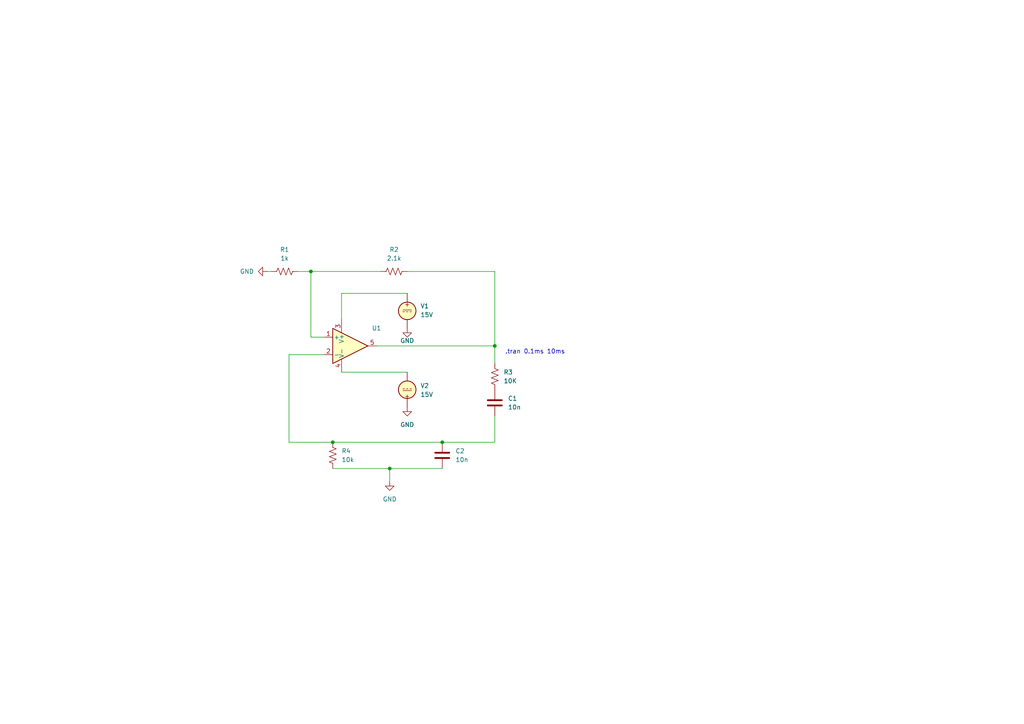
<source format=kicad_sch>
(kicad_sch
	(version 20250114)
	(generator "eeschema")
	(generator_version "9.0")
	(uuid "780da9cf-be0d-4d7c-ba0c-0125a2e4937e")
	(paper "A4")
	(lib_symbols
		(symbol "Device:C"
			(pin_numbers
				(hide yes)
			)
			(pin_names
				(offset 0.254)
			)
			(exclude_from_sim no)
			(in_bom yes)
			(on_board yes)
			(property "Reference" "C"
				(at 0.635 2.54 0)
				(effects
					(font
						(size 1.27 1.27)
					)
					(justify left)
				)
			)
			(property "Value" "C"
				(at 0.635 -2.54 0)
				(effects
					(font
						(size 1.27 1.27)
					)
					(justify left)
				)
			)
			(property "Footprint" ""
				(at 0.9652 -3.81 0)
				(effects
					(font
						(size 1.27 1.27)
					)
					(hide yes)
				)
			)
			(property "Datasheet" "~"
				(at 0 0 0)
				(effects
					(font
						(size 1.27 1.27)
					)
					(hide yes)
				)
			)
			(property "Description" "Unpolarized capacitor"
				(at 0 0 0)
				(effects
					(font
						(size 1.27 1.27)
					)
					(hide yes)
				)
			)
			(property "ki_keywords" "cap capacitor"
				(at 0 0 0)
				(effects
					(font
						(size 1.27 1.27)
					)
					(hide yes)
				)
			)
			(property "ki_fp_filters" "C_*"
				(at 0 0 0)
				(effects
					(font
						(size 1.27 1.27)
					)
					(hide yes)
				)
			)
			(symbol "C_0_1"
				(polyline
					(pts
						(xy -2.032 0.762) (xy 2.032 0.762)
					)
					(stroke
						(width 0.508)
						(type default)
					)
					(fill
						(type none)
					)
				)
				(polyline
					(pts
						(xy -2.032 -0.762) (xy 2.032 -0.762)
					)
					(stroke
						(width 0.508)
						(type default)
					)
					(fill
						(type none)
					)
				)
			)
			(symbol "C_1_1"
				(pin passive line
					(at 0 3.81 270)
					(length 2.794)
					(name "~"
						(effects
							(font
								(size 1.27 1.27)
							)
						)
					)
					(number "1"
						(effects
							(font
								(size 1.27 1.27)
							)
						)
					)
				)
				(pin passive line
					(at 0 -3.81 90)
					(length 2.794)
					(name "~"
						(effects
							(font
								(size 1.27 1.27)
							)
						)
					)
					(number "2"
						(effects
							(font
								(size 1.27 1.27)
							)
						)
					)
				)
			)
			(embedded_fonts no)
		)
		(symbol "Device:R_US"
			(pin_numbers
				(hide yes)
			)
			(pin_names
				(offset 0)
			)
			(exclude_from_sim no)
			(in_bom yes)
			(on_board yes)
			(property "Reference" "R"
				(at 2.54 0 90)
				(effects
					(font
						(size 1.27 1.27)
					)
				)
			)
			(property "Value" "R_US"
				(at -2.54 0 90)
				(effects
					(font
						(size 1.27 1.27)
					)
				)
			)
			(property "Footprint" ""
				(at 1.016 -0.254 90)
				(effects
					(font
						(size 1.27 1.27)
					)
					(hide yes)
				)
			)
			(property "Datasheet" "~"
				(at 0 0 0)
				(effects
					(font
						(size 1.27 1.27)
					)
					(hide yes)
				)
			)
			(property "Description" "Resistor, US symbol"
				(at 0 0 0)
				(effects
					(font
						(size 1.27 1.27)
					)
					(hide yes)
				)
			)
			(property "ki_keywords" "R res resistor"
				(at 0 0 0)
				(effects
					(font
						(size 1.27 1.27)
					)
					(hide yes)
				)
			)
			(property "ki_fp_filters" "R_*"
				(at 0 0 0)
				(effects
					(font
						(size 1.27 1.27)
					)
					(hide yes)
				)
			)
			(symbol "R_US_0_1"
				(polyline
					(pts
						(xy 0 2.286) (xy 0 2.54)
					)
					(stroke
						(width 0)
						(type default)
					)
					(fill
						(type none)
					)
				)
				(polyline
					(pts
						(xy 0 2.286) (xy 1.016 1.905) (xy 0 1.524) (xy -1.016 1.143) (xy 0 0.762)
					)
					(stroke
						(width 0)
						(type default)
					)
					(fill
						(type none)
					)
				)
				(polyline
					(pts
						(xy 0 0.762) (xy 1.016 0.381) (xy 0 0) (xy -1.016 -0.381) (xy 0 -0.762)
					)
					(stroke
						(width 0)
						(type default)
					)
					(fill
						(type none)
					)
				)
				(polyline
					(pts
						(xy 0 -0.762) (xy 1.016 -1.143) (xy 0 -1.524) (xy -1.016 -1.905) (xy 0 -2.286)
					)
					(stroke
						(width 0)
						(type default)
					)
					(fill
						(type none)
					)
				)
				(polyline
					(pts
						(xy 0 -2.286) (xy 0 -2.54)
					)
					(stroke
						(width 0)
						(type default)
					)
					(fill
						(type none)
					)
				)
			)
			(symbol "R_US_1_1"
				(pin passive line
					(at 0 3.81 270)
					(length 1.27)
					(name "~"
						(effects
							(font
								(size 1.27 1.27)
							)
						)
					)
					(number "1"
						(effects
							(font
								(size 1.27 1.27)
							)
						)
					)
				)
				(pin passive line
					(at 0 -3.81 90)
					(length 1.27)
					(name "~"
						(effects
							(font
								(size 1.27 1.27)
							)
						)
					)
					(number "2"
						(effects
							(font
								(size 1.27 1.27)
							)
						)
					)
				)
			)
			(embedded_fonts no)
		)
		(symbol "Simulation_SPICE:OPAMP"
			(pin_names
				(offset 0.254)
			)
			(exclude_from_sim no)
			(in_bom yes)
			(on_board yes)
			(property "Reference" "U"
				(at 3.81 3.175 0)
				(effects
					(font
						(size 1.27 1.27)
					)
					(justify left)
				)
			)
			(property "Value" "${SIM.PARAMS}"
				(at 3.81 -3.175 0)
				(effects
					(font
						(size 1.27 1.27)
					)
					(justify left)
				)
			)
			(property "Footprint" ""
				(at 0 0 0)
				(effects
					(font
						(size 1.27 1.27)
					)
					(hide yes)
				)
			)
			(property "Datasheet" "https://ngspice.sourceforge.io/docs/ngspice-html-manual/manual.xhtml#sec__SUBCKT_Subcircuits"
				(at 0 0 0)
				(effects
					(font
						(size 1.27 1.27)
					)
					(hide yes)
				)
			)
			(property "Description" "Operational amplifier, single"
				(at 0 0 0)
				(effects
					(font
						(size 1.27 1.27)
					)
					(hide yes)
				)
			)
			(property "Sim.Pins" "1=in+ 2=in- 3=vcc 4=vee 5=out"
				(at 0 0 0)
				(effects
					(font
						(size 1.27 1.27)
					)
					(hide yes)
				)
			)
			(property "Sim.Device" "SUBCKT"
				(at 0 0 0)
				(effects
					(font
						(size 1.27 1.27)
					)
					(justify left)
					(hide yes)
				)
			)
			(property "Sim.Library" "${KICAD9_SYMBOL_DIR}/Simulation_SPICE.sp"
				(at 0 0 0)
				(effects
					(font
						(size 1.27 1.27)
					)
					(hide yes)
				)
			)
			(property "Sim.Name" "kicad_builtin_opamp"
				(at 0 0 0)
				(effects
					(font
						(size 1.27 1.27)
					)
					(hide yes)
				)
			)
			(property "ki_keywords" "simulation"
				(at 0 0 0)
				(effects
					(font
						(size 1.27 1.27)
					)
					(hide yes)
				)
			)
			(symbol "OPAMP_0_1"
				(polyline
					(pts
						(xy 5.08 0) (xy -5.08 5.08) (xy -5.08 -5.08) (xy 5.08 0)
					)
					(stroke
						(width 0.254)
						(type default)
					)
					(fill
						(type background)
					)
				)
			)
			(symbol "OPAMP_1_1"
				(pin input line
					(at -7.62 2.54 0)
					(length 2.54)
					(name "+"
						(effects
							(font
								(size 1.27 1.27)
							)
						)
					)
					(number "1"
						(effects
							(font
								(size 1.27 1.27)
							)
						)
					)
				)
				(pin input line
					(at -7.62 -2.54 0)
					(length 2.54)
					(name "-"
						(effects
							(font
								(size 1.27 1.27)
							)
						)
					)
					(number "2"
						(effects
							(font
								(size 1.27 1.27)
							)
						)
					)
				)
				(pin power_in line
					(at -2.54 7.62 270)
					(length 3.81)
					(name "V+"
						(effects
							(font
								(size 1.27 1.27)
							)
						)
					)
					(number "3"
						(effects
							(font
								(size 1.27 1.27)
							)
						)
					)
				)
				(pin power_in line
					(at -2.54 -7.62 90)
					(length 3.81)
					(name "V-"
						(effects
							(font
								(size 1.27 1.27)
							)
						)
					)
					(number "4"
						(effects
							(font
								(size 1.27 1.27)
							)
						)
					)
				)
				(pin output line
					(at 7.62 0 180)
					(length 2.54)
					(name "~"
						(effects
							(font
								(size 1.27 1.27)
							)
						)
					)
					(number "5"
						(effects
							(font
								(size 1.27 1.27)
							)
						)
					)
				)
			)
			(embedded_fonts no)
		)
		(symbol "Simulation_SPICE:VDC"
			(pin_numbers
				(hide yes)
			)
			(pin_names
				(offset 0.0254)
			)
			(exclude_from_sim no)
			(in_bom yes)
			(on_board yes)
			(property "Reference" "V"
				(at 2.54 2.54 0)
				(effects
					(font
						(size 1.27 1.27)
					)
					(justify left)
				)
			)
			(property "Value" "1"
				(at 2.54 0 0)
				(effects
					(font
						(size 1.27 1.27)
					)
					(justify left)
				)
			)
			(property "Footprint" ""
				(at 0 0 0)
				(effects
					(font
						(size 1.27 1.27)
					)
					(hide yes)
				)
			)
			(property "Datasheet" "https://ngspice.sourceforge.io/docs/ngspice-html-manual/manual.xhtml#sec_Independent_Sources_for"
				(at 0 0 0)
				(effects
					(font
						(size 1.27 1.27)
					)
					(hide yes)
				)
			)
			(property "Description" "Voltage source, DC"
				(at 0 0 0)
				(effects
					(font
						(size 1.27 1.27)
					)
					(hide yes)
				)
			)
			(property "Sim.Pins" "1=+ 2=-"
				(at 0 0 0)
				(effects
					(font
						(size 1.27 1.27)
					)
					(hide yes)
				)
			)
			(property "Sim.Type" "DC"
				(at 0 0 0)
				(effects
					(font
						(size 1.27 1.27)
					)
					(hide yes)
				)
			)
			(property "Sim.Device" "V"
				(at 0 0 0)
				(effects
					(font
						(size 1.27 1.27)
					)
					(justify left)
					(hide yes)
				)
			)
			(property "ki_keywords" "simulation"
				(at 0 0 0)
				(effects
					(font
						(size 1.27 1.27)
					)
					(hide yes)
				)
			)
			(symbol "VDC_0_0"
				(polyline
					(pts
						(xy -1.27 0.254) (xy 1.27 0.254)
					)
					(stroke
						(width 0)
						(type default)
					)
					(fill
						(type none)
					)
				)
				(polyline
					(pts
						(xy -0.762 -0.254) (xy -1.27 -0.254)
					)
					(stroke
						(width 0)
						(type default)
					)
					(fill
						(type none)
					)
				)
				(polyline
					(pts
						(xy 0.254 -0.254) (xy -0.254 -0.254)
					)
					(stroke
						(width 0)
						(type default)
					)
					(fill
						(type none)
					)
				)
				(polyline
					(pts
						(xy 1.27 -0.254) (xy 0.762 -0.254)
					)
					(stroke
						(width 0)
						(type default)
					)
					(fill
						(type none)
					)
				)
				(text "+"
					(at 0 1.905 0)
					(effects
						(font
							(size 1.27 1.27)
						)
					)
				)
			)
			(symbol "VDC_0_1"
				(circle
					(center 0 0)
					(radius 2.54)
					(stroke
						(width 0.254)
						(type default)
					)
					(fill
						(type background)
					)
				)
			)
			(symbol "VDC_1_1"
				(pin passive line
					(at 0 5.08 270)
					(length 2.54)
					(name "~"
						(effects
							(font
								(size 1.27 1.27)
							)
						)
					)
					(number "1"
						(effects
							(font
								(size 1.27 1.27)
							)
						)
					)
				)
				(pin passive line
					(at 0 -5.08 90)
					(length 2.54)
					(name "~"
						(effects
							(font
								(size 1.27 1.27)
							)
						)
					)
					(number "2"
						(effects
							(font
								(size 1.27 1.27)
							)
						)
					)
				)
			)
			(embedded_fonts no)
		)
		(symbol "power:GND"
			(power)
			(pin_numbers
				(hide yes)
			)
			(pin_names
				(offset 0)
				(hide yes)
			)
			(exclude_from_sim no)
			(in_bom yes)
			(on_board yes)
			(property "Reference" "#PWR"
				(at 0 -6.35 0)
				(effects
					(font
						(size 1.27 1.27)
					)
					(hide yes)
				)
			)
			(property "Value" "GND"
				(at 0 -3.81 0)
				(effects
					(font
						(size 1.27 1.27)
					)
				)
			)
			(property "Footprint" ""
				(at 0 0 0)
				(effects
					(font
						(size 1.27 1.27)
					)
					(hide yes)
				)
			)
			(property "Datasheet" ""
				(at 0 0 0)
				(effects
					(font
						(size 1.27 1.27)
					)
					(hide yes)
				)
			)
			(property "Description" "Power symbol creates a global label with name \"GND\" , ground"
				(at 0 0 0)
				(effects
					(font
						(size 1.27 1.27)
					)
					(hide yes)
				)
			)
			(property "ki_keywords" "global power"
				(at 0 0 0)
				(effects
					(font
						(size 1.27 1.27)
					)
					(hide yes)
				)
			)
			(symbol "GND_0_1"
				(polyline
					(pts
						(xy 0 0) (xy 0 -1.27) (xy 1.27 -1.27) (xy 0 -2.54) (xy -1.27 -1.27) (xy 0 -1.27)
					)
					(stroke
						(width 0)
						(type default)
					)
					(fill
						(type none)
					)
				)
			)
			(symbol "GND_1_1"
				(pin power_in line
					(at 0 0 270)
					(length 0)
					(name "~"
						(effects
							(font
								(size 1.27 1.27)
							)
						)
					)
					(number "1"
						(effects
							(font
								(size 1.27 1.27)
							)
						)
					)
				)
			)
			(embedded_fonts no)
		)
	)
	(text ".tran 0.1ms 10ms\n"
		(exclude_from_sim no)
		(at 155.194 102.108 0)
		(effects
			(font
				(size 1.27 1.27)
			)
		)
		(uuid "8c8eb650-9e54-4250-a61c-4f4effbd606d")
	)
	(junction
		(at 113.03 135.89)
		(diameter 0)
		(color 0 0 0 0)
		(uuid "0089e4b6-f19a-4a4b-a49e-b23410a5e052")
	)
	(junction
		(at 96.52 128.27)
		(diameter 0)
		(color 0 0 0 0)
		(uuid "6cd97081-cdb8-4f52-9766-62980d9d4f5e")
	)
	(junction
		(at 90.17 78.74)
		(diameter 0)
		(color 0 0 0 0)
		(uuid "925647cd-a110-4ec2-92b2-17b7365d1453")
	)
	(junction
		(at 128.27 128.27)
		(diameter 0)
		(color 0 0 0 0)
		(uuid "cf275488-ccd0-432a-ace3-7ee6b64bee91")
	)
	(junction
		(at 143.51 100.33)
		(diameter 0)
		(color 0 0 0 0)
		(uuid "ec06239a-624f-4cfa-872e-30d445bbea60")
	)
	(wire
		(pts
			(xy 83.82 102.87) (xy 83.82 128.27)
		)
		(stroke
			(width 0)
			(type default)
		)
		(uuid "0238a583-8757-4e9a-bf3b-5973ba2a5dfd")
	)
	(wire
		(pts
			(xy 83.82 128.27) (xy 96.52 128.27)
		)
		(stroke
			(width 0)
			(type default)
		)
		(uuid "06128e23-7f4c-46fe-9a6f-5c7e2072fc08")
	)
	(wire
		(pts
			(xy 99.06 85.09) (xy 118.11 85.09)
		)
		(stroke
			(width 0)
			(type default)
		)
		(uuid "08c0a2e5-2557-4223-968c-7b8d792bfc82")
	)
	(wire
		(pts
			(xy 77.47 78.74) (xy 78.74 78.74)
		)
		(stroke
			(width 0)
			(type default)
		)
		(uuid "098a1250-4b90-4263-8523-5f3fad026283")
	)
	(wire
		(pts
			(xy 99.06 107.95) (xy 118.11 107.95)
		)
		(stroke
			(width 0)
			(type default)
		)
		(uuid "0c08fb4b-b0fc-40ff-8748-009eccd313e1")
	)
	(wire
		(pts
			(xy 90.17 78.74) (xy 90.17 97.79)
		)
		(stroke
			(width 0)
			(type default)
		)
		(uuid "1461db08-107a-44ff-8610-fc27bce1db60")
	)
	(wire
		(pts
			(xy 90.17 97.79) (xy 93.98 97.79)
		)
		(stroke
			(width 0)
			(type default)
		)
		(uuid "1aa1f031-54d9-4e0f-9c57-4d37ff753735")
	)
	(wire
		(pts
			(xy 143.51 78.74) (xy 143.51 100.33)
		)
		(stroke
			(width 0)
			(type default)
		)
		(uuid "1e1c7541-ec38-4d8b-9f60-f100beb44405")
	)
	(wire
		(pts
			(xy 96.52 128.27) (xy 128.27 128.27)
		)
		(stroke
			(width 0)
			(type default)
		)
		(uuid "26500441-6663-45fc-8b1e-981e3e7a71fb")
	)
	(wire
		(pts
			(xy 99.06 92.71) (xy 99.06 85.09)
		)
		(stroke
			(width 0)
			(type default)
		)
		(uuid "35bef491-bd0d-40f0-973a-45bdb076078f")
	)
	(wire
		(pts
			(xy 113.03 135.89) (xy 113.03 139.7)
		)
		(stroke
			(width 0)
			(type default)
		)
		(uuid "62a24a3f-37f4-40c7-8b95-80c6e1b17302")
	)
	(wire
		(pts
			(xy 93.98 102.87) (xy 83.82 102.87)
		)
		(stroke
			(width 0)
			(type default)
		)
		(uuid "8071432f-bcbe-4aa8-90d3-3462912c50d1")
	)
	(wire
		(pts
			(xy 86.36 78.74) (xy 90.17 78.74)
		)
		(stroke
			(width 0)
			(type default)
		)
		(uuid "836ac056-2f25-4ba0-b6f3-3986eb91a89a")
	)
	(wire
		(pts
			(xy 118.11 78.74) (xy 143.51 78.74)
		)
		(stroke
			(width 0)
			(type default)
		)
		(uuid "97687ebb-21ea-4ee7-abeb-6ba83f13326b")
	)
	(wire
		(pts
			(xy 143.51 105.41) (xy 143.51 100.33)
		)
		(stroke
			(width 0)
			(type default)
		)
		(uuid "a34ecd6d-1691-4d29-972c-0ddf5d5afdbe")
	)
	(wire
		(pts
			(xy 143.51 120.65) (xy 143.51 128.27)
		)
		(stroke
			(width 0)
			(type default)
		)
		(uuid "cccac54d-f683-4178-900f-187ba8d8b006")
	)
	(wire
		(pts
			(xy 96.52 135.89) (xy 113.03 135.89)
		)
		(stroke
			(width 0)
			(type default)
		)
		(uuid "ce834ed4-8fed-4ed7-bd28-1a58b18ee1b6")
	)
	(wire
		(pts
			(xy 113.03 135.89) (xy 128.27 135.89)
		)
		(stroke
			(width 0)
			(type default)
		)
		(uuid "cfad5b94-a9dc-498e-b627-417f09b1010e")
	)
	(wire
		(pts
			(xy 90.17 78.74) (xy 110.49 78.74)
		)
		(stroke
			(width 0)
			(type default)
		)
		(uuid "dcaa4457-68b1-4539-80a1-13085150128a")
	)
	(wire
		(pts
			(xy 143.51 128.27) (xy 128.27 128.27)
		)
		(stroke
			(width 0)
			(type default)
		)
		(uuid "e3f855e8-302d-4ca6-bf01-4c3f86af0e99")
	)
	(wire
		(pts
			(xy 109.22 100.33) (xy 143.51 100.33)
		)
		(stroke
			(width 0)
			(type default)
		)
		(uuid "fce7663b-b4a2-4325-860c-a459554bb6e5")
	)
	(symbol
		(lib_id "Device:R_US")
		(at 96.52 132.08 0)
		(unit 1)
		(exclude_from_sim no)
		(in_bom yes)
		(on_board yes)
		(dnp no)
		(fields_autoplaced yes)
		(uuid "0a094915-f015-4377-ad6e-6f5cfc7cbcb4")
		(property "Reference" "R4"
			(at 99.06 130.8099 0)
			(effects
				(font
					(size 1.27 1.27)
				)
				(justify left)
			)
		)
		(property "Value" "10k"
			(at 99.06 133.3499 0)
			(effects
				(font
					(size 1.27 1.27)
				)
				(justify left)
			)
		)
		(property "Footprint" ""
			(at 97.536 132.334 90)
			(effects
				(font
					(size 1.27 1.27)
				)
				(hide yes)
			)
		)
		(property "Datasheet" "~"
			(at 96.52 132.08 0)
			(effects
				(font
					(size 1.27 1.27)
				)
				(hide yes)
			)
		)
		(property "Description" "Resistor, US symbol"
			(at 96.52 132.08 0)
			(effects
				(font
					(size 1.27 1.27)
				)
				(hide yes)
			)
		)
		(pin "2"
			(uuid "5c58fcc0-694a-4f0d-bd81-4f26c6718b21")
		)
		(pin "1"
			(uuid "d115252c-e3e4-4141-8c44-f7e516b6024d")
		)
		(instances
			(project ""
				(path "/780da9cf-be0d-4d7c-ba0c-0125a2e4937e"
					(reference "R4")
					(unit 1)
				)
			)
		)
	)
	(symbol
		(lib_id "Device:R_US")
		(at 143.51 109.22 0)
		(unit 1)
		(exclude_from_sim no)
		(in_bom yes)
		(on_board yes)
		(dnp no)
		(fields_autoplaced yes)
		(uuid "3852980c-232d-4df7-ac5d-8c126c9a50dc")
		(property "Reference" "R3"
			(at 146.05 107.9499 0)
			(effects
				(font
					(size 1.27 1.27)
				)
				(justify left)
			)
		)
		(property "Value" "10K"
			(at 146.05 110.4899 0)
			(effects
				(font
					(size 1.27 1.27)
				)
				(justify left)
			)
		)
		(property "Footprint" ""
			(at 144.526 109.474 90)
			(effects
				(font
					(size 1.27 1.27)
				)
				(hide yes)
			)
		)
		(property "Datasheet" "~"
			(at 143.51 109.22 0)
			(effects
				(font
					(size 1.27 1.27)
				)
				(hide yes)
			)
		)
		(property "Description" "Resistor, US symbol"
			(at 143.51 109.22 0)
			(effects
				(font
					(size 1.27 1.27)
				)
				(hide yes)
			)
		)
		(pin "2"
			(uuid "5c58fcc0-694a-4f0d-bd81-4f26c6718b21")
		)
		(pin "1"
			(uuid "d115252c-e3e4-4141-8c44-f7e516b6024d")
		)
		(instances
			(project ""
				(path "/780da9cf-be0d-4d7c-ba0c-0125a2e4937e"
					(reference "R3")
					(unit 1)
				)
			)
		)
	)
	(symbol
		(lib_id "Simulation_SPICE:VDC")
		(at 118.11 90.17 0)
		(unit 1)
		(exclude_from_sim no)
		(in_bom yes)
		(on_board yes)
		(dnp no)
		(fields_autoplaced yes)
		(uuid "3e6c64b3-e086-4541-ba41-8e71120581ad")
		(property "Reference" "V1"
			(at 121.92 88.7701 0)
			(effects
				(font
					(size 1.27 1.27)
				)
				(justify left)
			)
		)
		(property "Value" "15V"
			(at 121.92 91.3101 0)
			(effects
				(font
					(size 1.27 1.27)
				)
				(justify left)
			)
		)
		(property "Footprint" ""
			(at 118.11 90.17 0)
			(effects
				(font
					(size 1.27 1.27)
				)
				(hide yes)
			)
		)
		(property "Datasheet" "https://ngspice.sourceforge.io/docs/ngspice-html-manual/manual.xhtml#sec_Independent_Sources_for"
			(at 118.11 90.17 0)
			(effects
				(font
					(size 1.27 1.27)
				)
				(hide yes)
			)
		)
		(property "Description" "Voltage source, DC"
			(at 118.11 90.17 0)
			(effects
				(font
					(size 1.27 1.27)
				)
				(hide yes)
			)
		)
		(property "Sim.Pins" "1=+ 2=-"
			(at 118.11 90.17 0)
			(effects
				(font
					(size 1.27 1.27)
				)
				(hide yes)
			)
		)
		(property "Sim.Type" "DC"
			(at 118.11 90.17 0)
			(effects
				(font
					(size 1.27 1.27)
				)
				(hide yes)
			)
		)
		(property "Sim.Device" "V"
			(at 118.11 90.17 0)
			(effects
				(font
					(size 1.27 1.27)
				)
				(justify left)
				(hide yes)
			)
		)
		(pin "2"
			(uuid "ef8c5e44-cb16-4f1b-81be-4651170ca187")
		)
		(pin "1"
			(uuid "f308d744-cd01-47c8-add0-e3d8e5163690")
		)
		(instances
			(project ""
				(path "/780da9cf-be0d-4d7c-ba0c-0125a2e4937e"
					(reference "V1")
					(unit 1)
				)
			)
		)
	)
	(symbol
		(lib_id "Device:C")
		(at 143.51 116.84 0)
		(unit 1)
		(exclude_from_sim no)
		(in_bom yes)
		(on_board yes)
		(dnp no)
		(fields_autoplaced yes)
		(uuid "44bbe2a4-aad4-4cdc-ba18-3b4a447419e6")
		(property "Reference" "C1"
			(at 147.32 115.5699 0)
			(effects
				(font
					(size 1.27 1.27)
				)
				(justify left)
			)
		)
		(property "Value" "10n"
			(at 147.32 118.1099 0)
			(effects
				(font
					(size 1.27 1.27)
				)
				(justify left)
			)
		)
		(property "Footprint" ""
			(at 144.4752 120.65 0)
			(effects
				(font
					(size 1.27 1.27)
				)
				(hide yes)
			)
		)
		(property "Datasheet" "~"
			(at 143.51 116.84 0)
			(effects
				(font
					(size 1.27 1.27)
				)
				(hide yes)
			)
		)
		(property "Description" "Unpolarized capacitor"
			(at 143.51 116.84 0)
			(effects
				(font
					(size 1.27 1.27)
				)
				(hide yes)
			)
		)
		(pin "2"
			(uuid "2fd6cb8d-1b59-43fc-a9dc-8768d7608c8e")
		)
		(pin "1"
			(uuid "45257c4c-f28d-4bdd-8287-fcde86e5b4eb")
		)
		(instances
			(project ""
				(path "/780da9cf-be0d-4d7c-ba0c-0125a2e4937e"
					(reference "C1")
					(unit 1)
				)
			)
		)
	)
	(symbol
		(lib_id "Simulation_SPICE:VDC")
		(at 118.11 113.03 180)
		(unit 1)
		(exclude_from_sim no)
		(in_bom yes)
		(on_board yes)
		(dnp no)
		(fields_autoplaced yes)
		(uuid "48db6008-c9c8-41bf-969d-3f540fd183ef")
		(property "Reference" "V2"
			(at 121.92 111.8897 0)
			(effects
				(font
					(size 1.27 1.27)
				)
				(justify right)
			)
		)
		(property "Value" "15V"
			(at 121.92 114.4297 0)
			(effects
				(font
					(size 1.27 1.27)
				)
				(justify right)
			)
		)
		(property "Footprint" ""
			(at 118.11 113.03 0)
			(effects
				(font
					(size 1.27 1.27)
				)
				(hide yes)
			)
		)
		(property "Datasheet" "https://ngspice.sourceforge.io/docs/ngspice-html-manual/manual.xhtml#sec_Independent_Sources_for"
			(at 118.11 113.03 0)
			(effects
				(font
					(size 1.27 1.27)
				)
				(hide yes)
			)
		)
		(property "Description" "Voltage source, DC"
			(at 118.11 113.03 0)
			(effects
				(font
					(size 1.27 1.27)
				)
				(hide yes)
			)
		)
		(property "Sim.Pins" "1=+ 2=-"
			(at 118.11 113.03 0)
			(effects
				(font
					(size 1.27 1.27)
				)
				(hide yes)
			)
		)
		(property "Sim.Type" "DC"
			(at 118.11 113.03 0)
			(effects
				(font
					(size 1.27 1.27)
				)
				(hide yes)
			)
		)
		(property "Sim.Device" "V"
			(at 118.11 113.03 0)
			(effects
				(font
					(size 1.27 1.27)
				)
				(justify left)
				(hide yes)
			)
		)
		(pin "2"
			(uuid "ef8c5e44-cb16-4f1b-81be-4651170ca187")
		)
		(pin "1"
			(uuid "f308d744-cd01-47c8-add0-e3d8e5163690")
		)
		(instances
			(project ""
				(path "/780da9cf-be0d-4d7c-ba0c-0125a2e4937e"
					(reference "V2")
					(unit 1)
				)
			)
		)
	)
	(symbol
		(lib_id "Device:R_US")
		(at 114.3 78.74 90)
		(unit 1)
		(exclude_from_sim no)
		(in_bom yes)
		(on_board yes)
		(dnp no)
		(fields_autoplaced yes)
		(uuid "65d23f14-68eb-43f0-8837-da9d0d54d36e")
		(property "Reference" "R2"
			(at 114.3 72.39 90)
			(effects
				(font
					(size 1.27 1.27)
				)
			)
		)
		(property "Value" "2.1k"
			(at 114.3 74.93 90)
			(effects
				(font
					(size 1.27 1.27)
				)
			)
		)
		(property "Footprint" ""
			(at 114.554 77.724 90)
			(effects
				(font
					(size 1.27 1.27)
				)
				(hide yes)
			)
		)
		(property "Datasheet" "~"
			(at 114.3 78.74 0)
			(effects
				(font
					(size 1.27 1.27)
				)
				(hide yes)
			)
		)
		(property "Description" "Resistor, US symbol"
			(at 114.3 78.74 0)
			(effects
				(font
					(size 1.27 1.27)
				)
				(hide yes)
			)
		)
		(pin "2"
			(uuid "5c58fcc0-694a-4f0d-bd81-4f26c6718b21")
		)
		(pin "1"
			(uuid "d115252c-e3e4-4141-8c44-f7e516b6024d")
		)
		(instances
			(project ""
				(path "/780da9cf-be0d-4d7c-ba0c-0125a2e4937e"
					(reference "R2")
					(unit 1)
				)
			)
		)
	)
	(symbol
		(lib_id "Device:R_US")
		(at 82.55 78.74 90)
		(unit 1)
		(exclude_from_sim no)
		(in_bom yes)
		(on_board yes)
		(dnp no)
		(fields_autoplaced yes)
		(uuid "884a7601-63eb-4b1a-beea-1cd524700d47")
		(property "Reference" "R1"
			(at 82.55 72.39 90)
			(effects
				(font
					(size 1.27 1.27)
				)
			)
		)
		(property "Value" "1k"
			(at 82.55 74.93 90)
			(effects
				(font
					(size 1.27 1.27)
				)
			)
		)
		(property "Footprint" ""
			(at 82.804 77.724 90)
			(effects
				(font
					(size 1.27 1.27)
				)
				(hide yes)
			)
		)
		(property "Datasheet" "~"
			(at 82.55 78.74 0)
			(effects
				(font
					(size 1.27 1.27)
				)
				(hide yes)
			)
		)
		(property "Description" "Resistor, US symbol"
			(at 82.55 78.74 0)
			(effects
				(font
					(size 1.27 1.27)
				)
				(hide yes)
			)
		)
		(pin "2"
			(uuid "0aaa4892-6b41-4ece-8dc1-cb787db04e5a")
		)
		(pin "1"
			(uuid "1456f525-90da-4c83-bd0b-8432e8f20f4a")
		)
		(instances
			(project ""
				(path "/780da9cf-be0d-4d7c-ba0c-0125a2e4937e"
					(reference "R1")
					(unit 1)
				)
			)
		)
	)
	(symbol
		(lib_id "Simulation_SPICE:OPAMP")
		(at 101.6 100.33 0)
		(unit 1)
		(exclude_from_sim no)
		(in_bom yes)
		(on_board yes)
		(dnp no)
		(fields_autoplaced yes)
		(uuid "af791f2a-8649-4d64-b5af-8cb5443d53b3")
		(property "Reference" "U1"
			(at 109.22 95.1798 0)
			(effects
				(font
					(size 1.27 1.27)
				)
			)
		)
		(property "Value" "${SIM.PARAMS}"
			(at 109.22 97.0849 0)
			(effects
				(font
					(size 1.27 1.27)
				)
			)
		)
		(property "Footprint" ""
			(at 101.6 100.33 0)
			(effects
				(font
					(size 1.27 1.27)
				)
				(hide yes)
			)
		)
		(property "Datasheet" "https://ngspice.sourceforge.io/docs/ngspice-html-manual/manual.xhtml#sec__SUBCKT_Subcircuits"
			(at 101.6 100.33 0)
			(effects
				(font
					(size 1.27 1.27)
				)
				(hide yes)
			)
		)
		(property "Description" "Operational amplifier, single"
			(at 101.6 100.33 0)
			(effects
				(font
					(size 1.27 1.27)
				)
				(hide yes)
			)
		)
		(property "Sim.Pins" "1=in+ 2=in- 3=vcc 4=vee 5=out"
			(at 101.6 100.33 0)
			(effects
				(font
					(size 1.27 1.27)
				)
				(hide yes)
			)
		)
		(property "Sim.Device" "SUBCKT"
			(at 101.6 100.33 0)
			(effects
				(font
					(size 1.27 1.27)
				)
				(justify left)
				(hide yes)
			)
		)
		(property "Sim.Library" "${KICAD9_SYMBOL_DIR}/Simulation_SPICE.sp"
			(at 101.6 100.33 0)
			(effects
				(font
					(size 1.27 1.27)
				)
				(hide yes)
			)
		)
		(property "Sim.Name" "kicad_builtin_opamp"
			(at 101.6 100.33 0)
			(effects
				(font
					(size 1.27 1.27)
				)
				(hide yes)
			)
		)
		(pin "2"
			(uuid "70465297-b1a7-4ef0-a1e1-a634c07a4eeb")
		)
		(pin "3"
			(uuid "0ee27f66-caeb-4663-8890-f96997c1ad09")
		)
		(pin "4"
			(uuid "c1ff3805-9793-4294-b36a-312fbd89a223")
		)
		(pin "1"
			(uuid "a7bcf6cc-e599-42cc-bc18-9cd0853de699")
		)
		(pin "5"
			(uuid "d39cc030-f750-4091-bbd9-4e8ecf1918ba")
		)
		(instances
			(project ""
				(path "/780da9cf-be0d-4d7c-ba0c-0125a2e4937e"
					(reference "U1")
					(unit 1)
				)
			)
		)
	)
	(symbol
		(lib_id "power:GND")
		(at 118.11 95.25 0)
		(unit 1)
		(exclude_from_sim no)
		(in_bom yes)
		(on_board yes)
		(dnp no)
		(uuid "d0f2aa8c-8117-4cb7-9403-941c97bc2142")
		(property "Reference" "#PWR03"
			(at 118.11 101.6 0)
			(effects
				(font
					(size 1.27 1.27)
				)
				(hide yes)
			)
		)
		(property "Value" "GND"
			(at 118.11 98.806 0)
			(effects
				(font
					(size 1.27 1.27)
				)
			)
		)
		(property "Footprint" ""
			(at 118.11 95.25 0)
			(effects
				(font
					(size 1.27 1.27)
				)
				(hide yes)
			)
		)
		(property "Datasheet" ""
			(at 118.11 95.25 0)
			(effects
				(font
					(size 1.27 1.27)
				)
				(hide yes)
			)
		)
		(property "Description" "Power symbol creates a global label with name \"GND\" , ground"
			(at 118.11 95.25 0)
			(effects
				(font
					(size 1.27 1.27)
				)
				(hide yes)
			)
		)
		(pin "1"
			(uuid "bd438f8f-a901-486a-a496-790f5261ba16")
		)
		(instances
			(project ""
				(path "/780da9cf-be0d-4d7c-ba0c-0125a2e4937e"
					(reference "#PWR03")
					(unit 1)
				)
			)
		)
	)
	(symbol
		(lib_id "Device:C")
		(at 128.27 132.08 0)
		(unit 1)
		(exclude_from_sim no)
		(in_bom yes)
		(on_board yes)
		(dnp no)
		(fields_autoplaced yes)
		(uuid "d5a941d0-2f26-46ee-93b4-38d1659d58d7")
		(property "Reference" "C2"
			(at 132.08 130.8099 0)
			(effects
				(font
					(size 1.27 1.27)
				)
				(justify left)
			)
		)
		(property "Value" "10n"
			(at 132.08 133.3499 0)
			(effects
				(font
					(size 1.27 1.27)
				)
				(justify left)
			)
		)
		(property "Footprint" ""
			(at 129.2352 135.89 0)
			(effects
				(font
					(size 1.27 1.27)
				)
				(hide yes)
			)
		)
		(property "Datasheet" "~"
			(at 128.27 132.08 0)
			(effects
				(font
					(size 1.27 1.27)
				)
				(hide yes)
			)
		)
		(property "Description" "Unpolarized capacitor"
			(at 128.27 132.08 0)
			(effects
				(font
					(size 1.27 1.27)
				)
				(hide yes)
			)
		)
		(pin "2"
			(uuid "2fd6cb8d-1b59-43fc-a9dc-8768d7608c8e")
		)
		(pin "1"
			(uuid "45257c4c-f28d-4bdd-8287-fcde86e5b4eb")
		)
		(instances
			(project ""
				(path "/780da9cf-be0d-4d7c-ba0c-0125a2e4937e"
					(reference "C2")
					(unit 1)
				)
			)
		)
	)
	(symbol
		(lib_id "power:GND")
		(at 118.11 118.11 0)
		(unit 1)
		(exclude_from_sim no)
		(in_bom yes)
		(on_board yes)
		(dnp no)
		(fields_autoplaced yes)
		(uuid "dd31ac72-3d06-4f33-96b8-c6e2f425fb4e")
		(property "Reference" "#PWR04"
			(at 118.11 124.46 0)
			(effects
				(font
					(size 1.27 1.27)
				)
				(hide yes)
			)
		)
		(property "Value" "GND"
			(at 118.11 123.19 0)
			(effects
				(font
					(size 1.27 1.27)
				)
			)
		)
		(property "Footprint" ""
			(at 118.11 118.11 0)
			(effects
				(font
					(size 1.27 1.27)
				)
				(hide yes)
			)
		)
		(property "Datasheet" ""
			(at 118.11 118.11 0)
			(effects
				(font
					(size 1.27 1.27)
				)
				(hide yes)
			)
		)
		(property "Description" "Power symbol creates a global label with name \"GND\" , ground"
			(at 118.11 118.11 0)
			(effects
				(font
					(size 1.27 1.27)
				)
				(hide yes)
			)
		)
		(pin "1"
			(uuid "bd438f8f-a901-486a-a496-790f5261ba16")
		)
		(instances
			(project ""
				(path "/780da9cf-be0d-4d7c-ba0c-0125a2e4937e"
					(reference "#PWR04")
					(unit 1)
				)
			)
		)
	)
	(symbol
		(lib_id "power:GND")
		(at 113.03 139.7 0)
		(unit 1)
		(exclude_from_sim no)
		(in_bom yes)
		(on_board yes)
		(dnp no)
		(fields_autoplaced yes)
		(uuid "e631cfa5-bd30-45e3-ab73-45efb7dc887b")
		(property "Reference" "#PWR02"
			(at 113.03 146.05 0)
			(effects
				(font
					(size 1.27 1.27)
				)
				(hide yes)
			)
		)
		(property "Value" "GND"
			(at 113.03 144.78 0)
			(effects
				(font
					(size 1.27 1.27)
				)
			)
		)
		(property "Footprint" ""
			(at 113.03 139.7 0)
			(effects
				(font
					(size 1.27 1.27)
				)
				(hide yes)
			)
		)
		(property "Datasheet" ""
			(at 113.03 139.7 0)
			(effects
				(font
					(size 1.27 1.27)
				)
				(hide yes)
			)
		)
		(property "Description" "Power symbol creates a global label with name \"GND\" , ground"
			(at 113.03 139.7 0)
			(effects
				(font
					(size 1.27 1.27)
				)
				(hide yes)
			)
		)
		(pin "1"
			(uuid "ad3b57d5-e90e-46be-8040-5c5fa986d1cd")
		)
		(instances
			(project ""
				(path "/780da9cf-be0d-4d7c-ba0c-0125a2e4937e"
					(reference "#PWR02")
					(unit 1)
				)
			)
		)
	)
	(symbol
		(lib_id "power:GND")
		(at 77.47 78.74 270)
		(unit 1)
		(exclude_from_sim no)
		(in_bom yes)
		(on_board yes)
		(dnp no)
		(fields_autoplaced yes)
		(uuid "ffa151b3-9133-456e-a774-e1e323d8218f")
		(property "Reference" "#PWR01"
			(at 71.12 78.74 0)
			(effects
				(font
					(size 1.27 1.27)
				)
				(hide yes)
			)
		)
		(property "Value" "GND"
			(at 73.66 78.7399 90)
			(effects
				(font
					(size 1.27 1.27)
				)
				(justify right)
			)
		)
		(property "Footprint" ""
			(at 77.47 78.74 0)
			(effects
				(font
					(size 1.27 1.27)
				)
				(hide yes)
			)
		)
		(property "Datasheet" ""
			(at 77.47 78.74 0)
			(effects
				(font
					(size 1.27 1.27)
				)
				(hide yes)
			)
		)
		(property "Description" "Power symbol creates a global label with name \"GND\" , ground"
			(at 77.47 78.74 0)
			(effects
				(font
					(size 1.27 1.27)
				)
				(hide yes)
			)
		)
		(pin "1"
			(uuid "ad3b57d5-e90e-46be-8040-5c5fa986d1cd")
		)
		(instances
			(project ""
				(path "/780da9cf-be0d-4d7c-ba0c-0125a2e4937e"
					(reference "#PWR01")
					(unit 1)
				)
			)
		)
	)
	(sheet_instances
		(path "/"
			(page "1")
		)
	)
	(embedded_fonts no)
)

</source>
